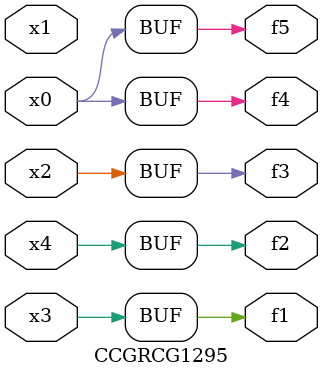
<source format=v>
module CCGRCG1295(
	input x0, x1, x2, x3, x4,
	output f1, f2, f3, f4, f5
);
	assign f1 = x3;
	assign f2 = x4;
	assign f3 = x2;
	assign f4 = x0;
	assign f5 = x0;
endmodule

</source>
